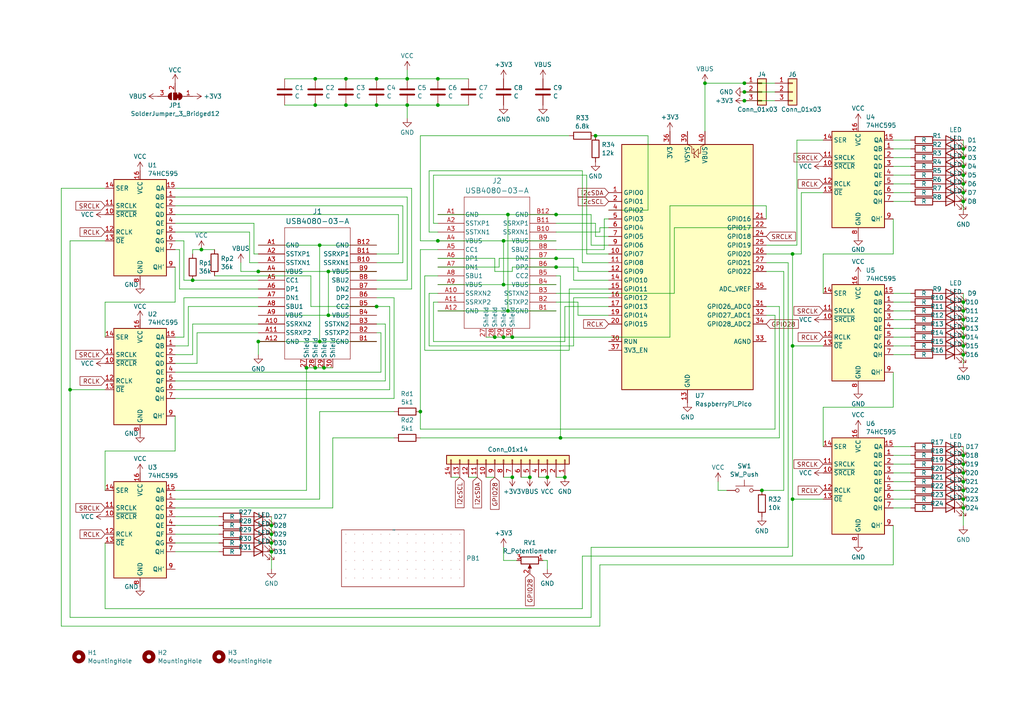
<source format=kicad_sch>
(kicad_sch (version 20230121) (generator eeschema)
  (paper "A4")
  (junction (at 148.59 97.79))
  (junction (at 279.4 100.33))
  (junction (at 93.98 106.68))
  (junction (at 91.44 22.86))
  (junction (at 279.4 53.34))
  (junction (at 91.44 106.68))
  (junction (at 279.4 144.78))
  (junction (at 95.25 91.44))
  (junction (at 279.4 90.17))
  (junction (at 279.4 95.25))
  (junction (at 146.05 69.85))
  (junction (at 279.4 147.32))
  (junction (at 161.29 74.93))
  (junction (at 58.42 72.39))
  (junction (at 215.9 29.21))
  (junction (at 279.4 50.8))
  (junction (at 204.47 24.13))
  (junction (at 220.98 142.24))
  (junction (at 78.74 154.94))
  (junction (at 161.29 62.23))
  (junction (at 279.4 45.72))
  (junction (at 74.93 99.06))
  (junction (at 143.51 97.79))
  (junction (at 279.4 55.88))
  (junction (at 279.4 102.87))
  (junction (at 279.4 43.18))
  (junction (at 215.9 26.67))
  (junction (at 92.71 71.12))
  (junction (at 215.9 24.13))
  (junction (at 118.11 30.48))
  (junction (at 279.4 87.63))
  (junction (at 121.92 119.38))
  (junction (at 118.11 22.86))
  (junction (at 161.29 77.47))
  (junction (at 109.22 22.86))
  (junction (at 147.32 90.17))
  (junction (at 91.44 30.48))
  (junction (at 100.33 22.86))
  (junction (at 127 22.86))
  (junction (at 146.05 97.79))
  (junction (at 162.56 127))
  (junction (at 74.93 78.74))
  (junction (at 92.71 99.06))
  (junction (at 146.05 82.55))
  (junction (at 148.59 138.43))
  (junction (at 172.72 39.37))
  (junction (at 158.75 138.43))
  (junction (at 229.87 73.66))
  (junction (at 127 30.48))
  (junction (at 279.4 137.16))
  (junction (at 163.83 138.43))
  (junction (at 279.4 132.08))
  (junction (at 78.74 160.02))
  (junction (at 279.4 97.79))
  (junction (at 20.32 113.03))
  (junction (at 78.74 157.48))
  (junction (at 279.4 134.62))
  (junction (at 147.32 62.23))
  (junction (at 109.22 30.48))
  (junction (at 279.4 58.42))
  (junction (at 229.87 100.33))
  (junction (at 95.25 78.74))
  (junction (at 153.67 138.43))
  (junction (at 279.4 142.24))
  (junction (at 279.4 92.71))
  (junction (at 279.4 48.26))
  (junction (at 55.88 81.28))
  (junction (at 100.33 30.48))
  (junction (at 88.9 106.68))
  (junction (at 109.22 88.9))
  (junction (at 78.74 152.4))
  (junction (at 279.4 139.7))
  (junction (at 127 69.85))
  (junction (at 229.87 144.78))
  (wire (pts (xy 229.87 161.29) (xy 229.87 144.78)))
  (wire (pts (xy 115.57 62.23) (xy 50.8 62.23)))
  (wire (pts (xy 95.25 91.44) (xy 109.22 91.44)))
  (wire (pts (xy 163.83 88.9) (xy 176.53 88.9)))
  (wire (pts (xy 259.08 132.08) (xy 264.16 132.08)))
  (wire (pts (xy 118.11 30.48) (xy 118.11 34.29)))
  (wire (pts (xy 148.59 78.74) (xy 143.51 78.74)))
  (wire (pts (xy 279.4 92.71) (xy 279.4 95.25)))
  (wire (pts (xy 50.8 77.47) (xy 50.8 87.63)))
  (wire (pts (xy 50.8 157.48) (xy 63.5 157.48)))
  (wire (pts (xy 50.8 142.24) (xy 88.9 142.24)))
  (wire (pts (xy 146.05 97.79) (xy 148.59 97.79)))
  (wire (pts (xy 187.96 39.37) (xy 187.96 60.96)))
  (wire (pts (xy 114.3 86.36) (xy 109.22 86.36)))
  (wire (pts (xy 140.97 138.43) (xy 143.51 138.43)))
  (wire (pts (xy 127 77.47) (xy 144.78 77.47)))
  (wire (pts (xy 259.08 107.95) (xy 259.08 118.11)))
  (wire (pts (xy 113.03 113.03) (xy 113.03 88.9)))
  (wire (pts (xy 232.41 73.66) (xy 232.41 55.88)))
  (wire (pts (xy 96.52 127) (xy 96.52 147.32)))
  (wire (pts (xy 88.9 142.24) (xy 88.9 106.68)))
  (wire (pts (xy 100.33 30.48) (xy 109.22 30.48)))
  (wire (pts (xy 161.29 87.63) (xy 167.64 87.63)))
  (wire (pts (xy 50.8 120.65) (xy 50.8 130.81)))
  (wire (pts (xy 279.4 87.63) (xy 279.4 90.17)))
  (wire (pts (xy 166.37 100.33) (xy 166.37 86.36)))
  (wire (pts (xy 259.08 129.54) (xy 264.16 129.54)))
  (wire (pts (xy 279.4 55.88) (xy 279.4 58.42)))
  (wire (pts (xy 279.4 132.08) (xy 279.4 134.62)))
  (wire (pts (xy 127 64.77) (xy 125.73 64.77)))
  (wire (pts (xy 279.4 40.64) (xy 279.4 43.18)))
  (wire (pts (xy 72.39 76.2) (xy 74.93 76.2)))
  (wire (pts (xy 146.05 69.85) (xy 161.29 69.85)))
  (wire (pts (xy 143.51 74.93) (xy 127 74.93)))
  (wire (pts (xy 210.82 142.24) (xy 208.28 142.24)))
  (wire (pts (xy 93.98 106.68) (xy 96.52 106.68)))
  (wire (pts (xy 172.72 64.77) (xy 161.29 64.77)))
  (wire (pts (xy 130.81 138.43) (xy 133.35 138.43)))
  (wire (pts (xy 53.34 86.36) (xy 74.93 86.36)))
  (wire (pts (xy 259.08 95.25) (xy 264.16 95.25)))
  (wire (pts (xy 168.91 161.29) (xy 168.91 176.53)))
  (wire (pts (xy 50.8 113.03) (xy 113.03 113.03)))
  (wire (pts (xy 17.78 181.61) (xy 173.99 181.61)))
  (wire (pts (xy 279.4 43.18) (xy 279.4 45.72)))
  (wire (pts (xy 30.48 157.48) (xy 30.48 176.53)))
  (wire (pts (xy 88.9 106.68) (xy 91.44 106.68)))
  (wire (pts (xy 238.76 144.78) (xy 229.87 144.78)))
  (wire (pts (xy 162.56 80.01) (xy 162.56 127)))
  (wire (pts (xy 50.8 144.78) (xy 92.71 144.78)))
  (wire (pts (xy 215.9 29.21) (xy 224.79 29.21)))
  (wire (pts (xy 30.48 130.81) (xy 30.48 142.24)))
  (wire (pts (xy 215.9 26.67) (xy 224.79 26.67)))
  (wire (pts (xy 109.22 22.86) (xy 118.11 22.86)))
  (wire (pts (xy 161.29 67.31) (xy 173.99 67.31)))
  (wire (pts (xy 279.4 144.78) (xy 279.4 147.32)))
  (wire (pts (xy 118.11 20.32) (xy 118.11 22.86)))
  (wire (pts (xy 176.53 81.28) (xy 166.37 81.28)))
  (wire (pts (xy 232.41 55.88) (xy 238.76 55.88)))
  (wire (pts (xy 143.51 78.74) (xy 143.51 74.93)))
  (wire (pts (xy 50.8 160.02) (xy 63.5 160.02)))
  (wire (pts (xy 227.33 78.74) (xy 227.33 142.24)))
  (wire (pts (xy 52.07 72.39) (xy 50.8 72.39)))
  (wire (pts (xy 114.3 115.57) (xy 114.3 86.36)))
  (wire (pts (xy 50.8 107.95) (xy 110.49 107.95)))
  (wire (pts (xy 124.46 67.31) (xy 124.46 49.53)))
  (wire (pts (xy 161.29 138.43) (xy 163.83 138.43)))
  (wire (pts (xy 143.51 97.79) (xy 140.97 97.79)))
  (wire (pts (xy 226.06 127) (xy 226.06 88.9)))
  (wire (pts (xy 259.08 102.87) (xy 264.16 102.87)))
  (wire (pts (xy 50.8 110.49) (xy 111.76 110.49)))
  (wire (pts (xy 146.05 69.85) (xy 146.05 82.55)))
  (wire (pts (xy 231.14 71.12) (xy 231.14 40.64)))
  (wire (pts (xy 167.64 87.63) (xy 167.64 91.44)))
  (wire (pts (xy 259.08 92.71) (xy 264.16 92.71)))
  (wire (pts (xy 259.08 144.78) (xy 264.16 144.78)))
  (wire (pts (xy 144.78 74.93) (xy 161.29 74.93)))
  (wire (pts (xy 259.08 45.72) (xy 264.16 45.72)))
  (wire (pts (xy 74.93 78.74) (xy 95.25 78.74)))
  (wire (pts (xy 279.4 137.16) (xy 279.4 139.7)))
  (wire (pts (xy 91.44 30.48) (xy 100.33 30.48)))
  (wire (pts (xy 135.89 138.43) (xy 138.43 138.43)))
  (wire (pts (xy 55.88 81.28) (xy 74.93 81.28)))
  (wire (pts (xy 121.92 124.46) (xy 224.79 124.46)))
  (wire (pts (xy 226.06 88.9) (xy 222.25 88.9)))
  (wire (pts (xy 127 87.63) (xy 125.73 87.63)))
  (wire (pts (xy 279.4 48.26) (xy 279.4 50.8)))
  (wire (pts (xy 259.08 152.4) (xy 259.08 163.83)))
  (wire (pts (xy 30.48 87.63) (xy 30.48 97.79)))
  (wire (pts (xy 110.49 96.52) (xy 110.49 107.95)))
  (wire (pts (xy 227.33 78.74) (xy 222.25 78.74)))
  (wire (pts (xy 92.71 71.12) (xy 92.71 99.06)))
  (wire (pts (xy 173.99 66.04) (xy 176.53 66.04)))
  (wire (pts (xy 92.71 99.06) (xy 109.22 99.06)))
  (wire (pts (xy 30.48 69.85) (xy 20.32 69.85)))
  (wire (pts (xy 74.93 71.12) (xy 92.71 71.12)))
  (wire (pts (xy 121.92 39.37) (xy 165.1 39.37)))
  (wire (pts (xy 259.08 63.5) (xy 259.08 73.66)))
  (wire (pts (xy 118.11 81.28) (xy 118.11 57.15)))
  (wire (pts (xy 119.38 54.61) (xy 119.38 83.82)))
  (wire (pts (xy 127 90.17) (xy 147.32 90.17)))
  (wire (pts (xy 73.66 73.66) (xy 74.93 73.66)))
  (wire (pts (xy 127 67.31) (xy 124.46 67.31)))
  (wire (pts (xy 231.14 40.64) (xy 238.76 40.64)))
  (wire (pts (xy 50.8 87.63) (xy 30.48 87.63)))
  (wire (pts (xy 279.4 58.42) (xy 279.4 60.96)))
  (wire (pts (xy 279.4 53.34) (xy 279.4 55.88)))
  (wire (pts (xy 100.33 22.86) (xy 109.22 22.86)))
  (wire (pts (xy 279.4 50.8) (xy 279.4 53.34)))
  (wire (pts (xy 228.6 158.75) (xy 228.6 76.2)))
  (wire (pts (xy 124.46 100.33) (xy 166.37 100.33)))
  (wire (pts (xy 92.71 144.78) (xy 92.71 119.38)))
  (wire (pts (xy 50.8 149.86) (xy 63.5 149.86)))
  (wire (pts (xy 238.76 100.33) (xy 229.87 100.33)))
  (wire (pts (xy 195.58 66.04) (xy 195.58 85.09)))
  (wire (pts (xy 17.78 181.61) (xy 17.78 54.61)))
  (wire (pts (xy 168.91 76.2) (xy 176.53 76.2)))
  (wire (pts (xy 259.08 87.63) (xy 264.16 87.63)))
  (wire (pts (xy 222.25 71.12) (xy 231.14 71.12)))
  (wire (pts (xy 259.08 85.09) (xy 264.16 85.09)))
  (wire (pts (xy 55.88 93.98) (xy 55.88 102.87)))
  (wire (pts (xy 259.08 48.26) (xy 264.16 48.26)))
  (wire (pts (xy 82.55 22.86) (xy 91.44 22.86)))
  (wire (pts (xy 111.76 93.98) (xy 111.76 110.49)))
  (wire (pts (xy 168.91 161.29) (xy 229.87 161.29)))
  (wire (pts (xy 121.92 127) (xy 162.56 127)))
  (wire (pts (xy 279.4 97.79) (xy 279.4 100.33)))
  (wire (pts (xy 78.74 157.48) (xy 78.74 160.02)))
  (wire (pts (xy 121.92 119.38) (xy 121.92 72.39)))
  (wire (pts (xy 91.44 22.86) (xy 100.33 22.86)))
  (wire (pts (xy 54.61 88.9) (xy 74.93 88.9)))
  (wire (pts (xy 259.08 142.24) (xy 264.16 142.24)))
  (wire (pts (xy 74.93 99.06) (xy 92.71 99.06)))
  (wire (pts (xy 259.08 137.16) (xy 264.16 137.16)))
  (wire (pts (xy 171.45 179.07) (xy 171.45 158.75)))
  (wire (pts (xy 20.32 113.03) (xy 20.32 179.07)))
  (wire (pts (xy 50.8 100.33) (xy 54.61 100.33)))
  (wire (pts (xy 116.84 59.69) (xy 50.8 59.69)))
  (wire (pts (xy 238.76 73.66) (xy 238.76 85.09)))
  (wire (pts (xy 17.78 54.61) (xy 30.48 54.61)))
  (wire (pts (xy 163.83 99.06) (xy 163.83 88.9)))
  (wire (pts (xy 172.72 39.37) (xy 187.96 39.37)))
  (wire (pts (xy 279.4 134.62) (xy 279.4 137.16)))
  (wire (pts (xy 78.74 149.86) (xy 78.74 152.4)))
  (wire (pts (xy 127 69.85) (xy 121.92 69.85)))
  (wire (pts (xy 109.22 81.28) (xy 118.11 81.28)))
  (wire (pts (xy 53.34 97.79) (xy 53.34 86.36)))
  (wire (pts (xy 259.08 147.32) (xy 264.16 147.32)))
  (wire (pts (xy 175.26 63.5) (xy 175.26 72.39)))
  (wire (pts (xy 90.17 88.9) (xy 109.22 88.9)))
  (wire (pts (xy 166.37 81.28) (xy 166.37 74.93)))
  (wire (pts (xy 52.07 83.82) (xy 74.93 83.82)))
  (wire (pts (xy 78.74 152.4) (xy 78.74 154.94)))
  (wire (pts (xy 50.8 147.32) (xy 96.52 147.32)))
  (wire (pts (xy 279.4 147.32) (xy 279.4 152.4)))
  (wire (pts (xy 72.39 67.31) (xy 72.39 76.2)))
  (wire (pts (xy 173.99 67.31) (xy 173.99 66.04)))
  (wire (pts (xy 162.56 127) (xy 226.06 127)))
  (wire (pts (xy 50.8 67.31) (xy 72.39 67.31)))
  (wire (pts (xy 171.45 62.23) (xy 161.29 62.23)))
  (wire (pts (xy 109.22 30.48) (xy 118.11 30.48)))
  (wire (pts (xy 146.05 158.75) (xy 146.05 162.56)))
  (wire (pts (xy 259.08 139.7) (xy 264.16 139.7)))
  (wire (pts (xy 20.32 113.03) (xy 30.48 113.03)))
  (wire (pts (xy 62.23 80.01) (xy 90.17 80.01)))
  (wire (pts (xy 113.03 88.9) (xy 109.22 88.9)))
  (wire (pts (xy 125.73 64.77) (xy 125.73 50.8)))
  (wire (pts (xy 176.53 68.58) (xy 172.72 68.58)))
  (wire (pts (xy 176.53 73.66) (xy 170.18 73.66)))
  (wire (pts (xy 82.55 30.48) (xy 91.44 30.48)))
  (wire (pts (xy 147.32 62.23) (xy 161.29 62.23)))
  (wire (pts (xy 259.08 97.79) (xy 264.16 97.79)))
  (wire (pts (xy 74.93 91.44) (xy 95.25 91.44)))
  (wire (pts (xy 127 69.85) (xy 146.05 69.85)))
  (wire (pts (xy 20.32 179.07) (xy 171.45 179.07)))
  (wire (pts (xy 20.32 69.85) (xy 20.32 113.03)))
  (wire (pts (xy 279.4 129.54) (xy 279.4 132.08)))
  (wire (pts (xy 172.72 68.58) (xy 172.72 64.77)))
  (wire (pts (xy 109.22 93.98) (xy 111.76 93.98)))
  (wire (pts (xy 109.22 76.2) (xy 116.84 76.2)))
  (wire (pts (xy 55.88 72.39) (xy 55.88 73.66)))
  (wire (pts (xy 50.8 102.87) (xy 55.88 102.87)))
  (wire (pts (xy 109.22 83.82) (xy 119.38 83.82)))
  (wire (pts (xy 125.73 99.06) (xy 163.83 99.06)))
  (wire (pts (xy 114.3 127) (xy 96.52 127)))
  (wire (pts (xy 50.8 154.94) (xy 63.5 154.94)))
  (wire (pts (xy 171.45 158.75) (xy 228.6 158.75)))
  (wire (pts (xy 110.49 96.52) (xy 109.22 96.52)))
  (wire (pts (xy 167.64 91.44) (xy 176.53 91.44)))
  (wire (pts (xy 78.74 154.94) (xy 78.74 157.48)))
  (wire (pts (xy 73.66 64.77) (xy 73.66 73.66)))
  (wire (pts (xy 127 80.01) (xy 123.19 80.01)))
  (wire (pts (xy 50.8 97.79) (xy 53.34 97.79)))
  (wire (pts (xy 175.26 72.39) (xy 161.29 72.39)))
  (wire (pts (xy 158.75 162.56) (xy 157.48 162.56)))
  (wire (pts (xy 147.32 90.17) (xy 161.29 90.17)))
  (wire (pts (xy 158.75 165.1) (xy 158.75 162.56)))
  (wire (pts (xy 50.8 64.77) (xy 73.66 64.77)))
  (wire (pts (xy 279.4 95.25) (xy 279.4 97.79)))
  (wire (pts (xy 167.64 77.47) (xy 161.29 77.47)))
  (wire (pts (xy 176.53 71.12) (xy 171.45 71.12)))
  (wire (pts (xy 69.85 78.74) (xy 69.85 76.2)))
  (wire (pts (xy 166.37 86.36) (xy 176.53 86.36)))
  (wire (pts (xy 215.9 24.13) (xy 224.79 24.13)))
  (wire (pts (xy 116.84 76.2) (xy 116.84 59.69)))
  (wire (pts (xy 148.59 97.79) (xy 194.31 97.79)))
  (wire (pts (xy 259.08 118.11) (xy 238.76 118.11)))
  (wire (pts (xy 195.58 85.09) (xy 161.29 85.09)))
  (wire (pts (xy 54.61 100.33) (xy 54.61 88.9)))
  (wire (pts (xy 127 62.23) (xy 147.32 62.23)))
  (wire (pts (xy 92.71 119.38) (xy 114.3 119.38)))
  (wire (pts (xy 55.88 72.39) (xy 58.42 72.39)))
  (wire (pts (xy 259.08 73.66) (xy 238.76 73.66)))
  (wire (pts (xy 57.15 105.41) (xy 57.15 96.52)))
  (wire (pts (xy 92.71 71.12) (xy 109.22 71.12)))
  (wire (pts (xy 224.79 91.44) (xy 222.25 91.44)))
  (wire (pts (xy 220.98 142.24) (xy 227.33 142.24)))
  (wire (pts (xy 229.87 144.78) (xy 229.87 100.33)))
  (wire (pts (xy 259.08 58.42) (xy 264.16 58.42)))
  (wire (pts (xy 151.13 138.43) (xy 153.67 138.43)))
  (wire (pts (xy 279.4 100.33) (xy 279.4 102.87)))
  (wire (pts (xy 259.08 53.34) (xy 264.16 53.34)))
  (wire (pts (xy 238.76 118.11) (xy 238.76 129.54)))
  (wire (pts (xy 259.08 50.8) (xy 264.16 50.8)))
  (wire (pts (xy 148.59 77.47) (xy 161.29 77.47)))
  (wire (pts (xy 222.25 59.69) (xy 222.25 63.5)))
  (wire (pts (xy 279.4 142.24) (xy 279.4 144.78)))
  (wire (pts (xy 74.93 99.06) (xy 74.93 102.87)))
  (wire (pts (xy 176.53 60.96) (xy 187.96 60.96)))
  (wire (pts (xy 50.8 105.41) (xy 57.15 105.41)))
  (wire (pts (xy 228.6 76.2) (xy 222.25 76.2)))
  (wire (pts (xy 165.1 101.6) (xy 165.1 83.82)))
  (wire (pts (xy 125.73 87.63) (xy 125.73 99.06)))
  (wire (pts (xy 148.59 77.47) (xy 148.59 78.74)))
  (wire (pts (xy 259.08 100.33) (xy 264.16 100.33)))
  (wire (pts (xy 124.46 49.53) (xy 168.91 49.53)))
  (wire (pts (xy 166.37 74.93) (xy 161.29 74.93)))
  (wire (pts (xy 161.29 80.01) (xy 162.56 80.01)))
  (wire (pts (xy 146.05 82.55) (xy 161.29 82.55)))
  (wire (pts (xy 194.31 59.69) (xy 222.25 59.69)))
  (wire (pts (xy 91.44 106.68) (xy 93.98 106.68)))
  (wire (pts (xy 121.92 72.39) (xy 127 72.39)))
  (wire (pts (xy 279.4 90.17) (xy 279.4 92.71)))
  (wire (pts (xy 123.19 101.6) (xy 165.1 101.6)))
  (wire (pts (xy 121.92 124.46) (xy 121.92 119.38)))
  (wire (pts (xy 279.4 102.87) (xy 279.4 105.41)))
  (wire (pts (xy 279.4 139.7) (xy 279.4 142.24)))
  (wire (pts (xy 53.34 69.85) (xy 50.8 69.85)))
  (wire (pts (xy 259.08 163.83) (xy 173.99 163.83)))
  (wire (pts (xy 95.25 78.74) (xy 109.22 78.74)))
  (wire (pts (xy 229.87 100.33) (xy 229.87 73.66)))
  (wire (pts (xy 95.25 91.44) (xy 95.25 78.74)))
  (wire (pts (xy 279.4 45.72) (xy 279.4 48.26)))
  (wire (pts (xy 222.25 66.04) (xy 195.58 66.04)))
  (wire (pts (xy 146.05 138.43) (xy 148.59 138.43)))
  (wire (pts (xy 176.53 78.74) (xy 167.64 78.74)))
  (wire (pts (xy 170.18 73.66) (xy 170.18 50.8)))
  (wire (pts (xy 53.34 81.28) (xy 55.88 81.28)))
  (wire (pts (xy 146.05 97.79) (xy 143.51 97.79)))
  (wire (pts (xy 156.21 138.43) (xy 158.75 138.43)))
  (wire (pts (xy 127 30.48) (xy 135.89 30.48)))
  (wire (pts (xy 165.1 83.82) (xy 176.53 83.82)))
  (wire (pts (xy 124.46 85.09) (xy 124.46 100.33)))
  (wire (pts (xy 55.88 93.98) (xy 74.93 93.98)))
  (wire (pts (xy 78.74 160.02) (xy 78.74 165.1)))
  (wire (pts (xy 259.08 90.17) (xy 264.16 90.17)))
  (wire (pts (xy 170.18 50.8) (xy 125.73 50.8)))
  (wire (pts (xy 123.19 80.01) (xy 123.19 101.6)))
  (wire (pts (xy 194.31 59.69) (xy 194.31 97.79)))
  (wire (pts (xy 208.28 142.24) (xy 208.28 139.7)))
  (wire (pts (xy 168.91 49.53) (xy 168.91 76.2)))
  (wire (pts (xy 50.8 152.4) (xy 63.5 152.4)))
  (wire (pts (xy 204.47 38.1) (xy 204.47 24.13)))
  (wire (pts (xy 109.22 73.66) (xy 115.57 73.66)))
  (wire (pts (xy 90.17 80.01) (xy 90.17 88.9)))
  (wire (pts (xy 118.11 22.86) (xy 127 22.86)))
  (wire (pts (xy 127 85.09) (xy 124.46 85.09)))
  (wire (pts (xy 222.25 73.66) (xy 229.87 73.66)))
  (wire (pts (xy 259.08 43.18) (xy 264.16 43.18)))
  (wire (pts (xy 147.32 62.23) (xy 147.32 90.17)))
  (wire (pts (xy 259.08 134.62) (xy 264.16 134.62)))
  (wire (pts (xy 229.87 73.66) (xy 232.41 73.66)))
  (wire (pts (xy 127 82.55) (xy 146.05 82.55)))
  (wire (pts (xy 144.78 77.47) (xy 144.78 74.93)))
  (wire (pts (xy 176.53 63.5) (xy 175.26 63.5)))
  (wire (pts (xy 146.05 162.56) (xy 149.86 162.56)))
  (wire (pts (xy 259.08 40.64) (xy 264.16 40.64)))
  (wire (pts (xy 58.42 72.39) (xy 62.23 72.39)))
  (wire (pts (xy 259.08 55.88) (xy 264.16 55.88)))
  (wire (pts (xy 57.15 96.52) (xy 74.93 96.52)))
  (wire (pts (xy 74.93 78.74) (xy 69.85 78.74)))
  (wire (pts (xy 50.8 130.81) (xy 30.48 130.81)))
  (wire (pts (xy 53.34 81.28) (xy 53.34 69.85)))
  (wire (pts (xy 119.38 54.61) (xy 50.8 54.61)))
  (wire (pts (xy 121.92 69.85) (xy 121.92 39.37)))
  (wire (pts (xy 127 22.86) (xy 135.89 22.86)))
  (wire (pts (xy 52.07 83.82) (xy 52.07 72.39)))
  (wire (pts (xy 171.45 71.12) (xy 171.45 62.23)))
  (wire (pts (xy 224.79 124.46) (xy 224.79 91.44)))
  (wire (pts (xy 30.48 176.53) (xy 168.91 176.53)))
  (wire (pts (xy 118.11 30.48) (xy 127 30.48)))
  (wire (pts (xy 118.11 57.15) (xy 50.8 57.15)))
  (wire (pts (xy 173.99 163.83) (xy 173.99 181.61)))
  (wire (pts (xy 167.64 78.74) (xy 167.64 77.47)))
  (wire (pts (xy 204.47 24.13) (xy 215.9 24.13)))
  (wire (pts (xy 50.8 115.57) (xy 114.3 115.57)))
  (wire (pts (xy 279.4 85.09) (xy 279.4 87.63)))
  (wire (pts (xy 115.57 73.66) (xy 115.57 62.23)))
  (global_label "RCLK" (shape input) (at 238.76 142.24 180) (property "Intersheetrefs" "${INTERSHEET_REFS}" (effects hide)))
  (global_label "SRCLK" (shape input) (at 30.48 102.87 180) (property "Intersheetrefs" "${INTERSHEET_REFS}" (effects hide)))
  (global_label "SRCLK" (shape input) (at 238.76 90.17 180) (property "Intersheetrefs" "${INTERSHEET_REFS}" (effects hide)))
  (global_label "i2cSDA" (shape input) (at 176.53 55.88 180) (property "Intersheetrefs" "${INTERSHEET_REFS}" (effects hide)))
  (global_label "SRCLK" (shape input) (at 30.48 147.32 180) (property "Intersheetrefs" "${INTERSHEET_REFS}" (effects hide)))
  (global_label "RCLK" (shape input) (at 30.48 110.49 180) (property "Intersheetrefs" "${INTERSHEET_REFS}" (effects hide)))
  (global_label "SRCLK" (shape input) (at 222.25 68.58 0) (property "Intersheetrefs" "${INTERSHEET_REFS}" (effects hide)))
  (global_label "SRCLK" (shape input) (at 238.76 134.62 180) (property "Intersheetrefs" "${INTERSHEET_REFS}" (effects hide)))
  (global_label "RCLK" (shape input) (at 30.48 154.94 180) (property "Intersheetrefs" "${INTERSHEET_REFS}" (effects hide)))
  (global_label "GPIO28" (shape input) (at 143.51 138.43 270) (property "Intersheetrefs" "${INTERSHEET_REFS}" (effects hide)))
  (global_label "GPIO28" (shape input) (at 222.25 93.98 0) (property "Intersheetrefs" "${INTERSHEET_REFS}" (effects hide)))
  (global_label "RCLK" (shape input) (at 238.76 97.79 180) (property "Intersheetrefs" "${INTERSHEET_REFS}" (effects hide)))
  (global_label "RCLK" (shape input) (at 176.53 93.98 180) (property "Intersheetrefs" "${INTERSHEET_REFS}" (effects hide)))
  (global_label "SRCLK" (shape input) (at 238.76 45.72 180) (property "Intersheetrefs" "${INTERSHEET_REFS}" (effects hide)))
  (global_label "RCLK" (shape input) (at 238.76 53.34 180) (property "Intersheetrefs" "${INTERSHEET_REFS}" (effects hide)))
  (global_label "i2cSCL" (shape input) (at 133.35 138.43 270) (property "Intersheetrefs" "${INTERSHEET_REFS}" (effects hide)))
  (global_label "RCLK" (shape input) (at 30.48 67.31 180) (property "Intersheetrefs" "${INTERSHEET_REFS}" (effects hide)))
  (global_label "i2cSDA" (shape input) (at 138.43 138.43 270) (property "Intersheetrefs" "${INTERSHEET_REFS}" (effects hide)))
  (global_label "SRCLK" (shape input) (at 30.48 59.69 180) (property "Intersheetrefs" "${INTERSHEET_REFS}" (effects hide)))
  (global_label "i2cSCL" (shape input) (at 176.53 58.42 180) (property "Intersheetrefs" "${INTERSHEET_REFS}" (effects hide)))
  (global_label "GPIO28" (shape input) (at 153.67 166.37 270) (property "Intersheetrefs" "${INTERSHEET_REFS}" (effects hide)))
  (symbol (lib_id "Device:C") (at 91.44 26.67 0) (unit 1)
    (property "Reference" "C2" (at 94.361 25.4579 0) (effects (justify left)))
    (property "Value" "C" (at 94.361 27.8821 0) (effects (justify left)))
    (property "Footprint" "Capacitor_SMD:C_0603_1608Metric" (effects hide))
  )
  (symbol (lib_id "power:GND") (at 78.74 165.1 0) (mirror y) (unit 1)
    (property "Reference" "#PWR019" (effects hide))
    (property "Value" "GND" (at 78.74 169.2331 0))
  )
  (symbol (lib_id "Device:R") (at 172.72 43.18 0) (unit 1)
    (property "Reference" "R34" (at 174.498 41.9679 0) (effects (justify left)))
    (property "Value" "12k" (at 174.498 44.3921 0) (effects (justify left)))
    (property "Footprint" "Resistor_SMD:R_0603_1608Metric" (effects hide))
  )
  (symbol (lib_id "Device:R") (at 267.97 87.63 90) (unit 1)
    (property "Reference" "R10" (at 271.78 86.36 90))
    (property "Value" "R" (at 267.97 87.63 90))
    (property "Footprint" "Resistor_SMD:R_0603_1608Metric" (effects hide))
  )
  (symbol (lib_id "Device:LED") (at 275.59 53.34 0) (mirror y) (unit 1)
    (property "Reference" "D6" (at 281.94 53.34 0))
    (property "Value" "LED" (at 277.1775 50.3499 0))
    (property "Footprint" "LED_SMD:LED_0603_1608Metric" (effects hide))
  )
  (symbol (lib_id "74xx:74HC595") (at 40.64 64.77 0) (unit 1)
    (property "Reference" "U1" (at 42.8341 47.9257 0) (effects (justify left)))
    (property "Value" "74HC595" (at 42.8341 50.3499 0) (effects (justify left)))
    (property "Footprint" "Package_SO:SOIC-16_3.9x9.9mm_P1.27mm" (effects hide))
    (property "Datasheet" "http://www.ti.com/lit/ds/symlink/sn74hc595.pdf" (effects hide))
  )
  (symbol (lib_id "power:VCC") (at 118.11 20.32 0) (unit 1)
    (property "Reference" "#PWR015" (effects hide))
    (property "Value" "VCC" (at 118.11 16.1869 0))
  )
  (symbol (lib_id "power:GND") (at 163.83 138.43 0) (unit 1)
    (property "Reference" "#PWR020" (effects hide))
    (property "Value" "GND" (at 163.83 142.5631 0))
  )
  (symbol (lib_id "Device:R") (at 267.97 139.7 90) (unit 1)
    (property "Reference" "R21" (at 271.78 138.43 90))
    (property "Value" "R" (at 267.97 139.7 90))
    (property "Footprint" "Resistor_SMD:R_0603_1608Metric" (effects hide))
  )
  (symbol (lib_id "Device:LED") (at 74.93 157.48 0) (mirror y) (unit 1)
    (property "Reference" "D30" (at 81.28 157.48 0))
    (property "Value" "LED" (at 76.5175 154.4899 0))
    (property "Footprint" "LED_SMD:LED_0603_1608Metric" (effects hide))
  )
  (symbol (lib_id "power:VCC") (at 40.64 49.53 0) (unit 1)
    (property "Reference" "#PWR0113" (effects hide))
    (property "Value" "VCC" (at 40.64 45.3969 0))
  )
  (symbol (lib_id "power:+3V3") (at 194.31 38.1 0) (unit 1)
    (property "Reference" "#PWR01" (effects hide))
    (property "Value" "+3V3" (at 194.31 33.9669 0))
  )
  (symbol (lib_id "Device:C") (at 118.11 26.67 0) (unit 1)
    (property "Reference" "C5" (at 121.031 25.4579 0) (effects (justify left)))
    (property "Value" "C" (at 121.031 27.8821 0) (effects (justify left)))
    (property "Footprint" "Capacitor_SMD:C_0603_1608Metric" (effects hide))
  )
  (symbol (lib_id "Device:R") (at 267.97 45.72 90) (unit 1)
    (property "Reference" "R3" (at 271.78 44.45 90))
    (property "Value" "R" (at 267.97 45.72 90))
    (property "Footprint" "Resistor_SMD:R_0603_1608Metric" (effects hide))
  )
  (symbol (lib_id "Device:LED") (at 275.59 92.71 0) (mirror y) (unit 1)
    (property "Reference" "D12" (at 281.94 92.71 0))
    (property "Value" "LED" (at 277.1775 89.7199 0))
    (property "Footprint" "LED_SMD:LED_0603_1608Metric" (effects hide))
  )
  (symbol (lib_id "Device:LED") (at 275.59 144.78 0) (mirror y) (unit 1)
    (property "Reference" "D23" (at 281.94 144.78 0))
    (property "Value" "LED" (at 277.1775 141.7899 0))
    (property "Footprint" "LED_SMD:LED_0603_1608Metric" (effects hide))
  )
  (symbol (lib_id "Device:LED") (at 275.59 85.09 0) (mirror y) (unit 1)
    (property "Reference" "D9" (at 281.94 85.09 0))
    (property "Value" "LED" (at 277.1775 82.0999 0))
    (property "Footprint" "LED_SMD:LED_0603_1608Metric" (effects hide))
  )
  (symbol (lib_id "Raspberry Pi Pico:RaspberryPi_Pico") (at 199.39 78.74 0) (unit 1)
    (property "Reference" "U7" (at 201.5841 114.7501 0) (effects (justify left)))
    (property "Value" "RaspberryPi_Pico" (at 201.5841 117.1743 0) (effects (justify left)))
    (property "Footprint" "Module_RaspberryPi_Pico:RaspberryPi_Pico_Common" (effects hide))
    (property "Datasheet" "https://datasheets.raspberrypi.com/pico/pico-datasheet.pdf" (effects hide))
  )
  (symbol (lib_id "power:VCC") (at 248.92 35.56 0) (unit 1)
    (property "Reference" "#PWR0103" (effects hide))
    (property "Value" "VCC" (at 248.92 31.4269 0))
  )
  (symbol (lib_id "power:GND") (at 146.05 30.48 0) (unit 1)
    (property "Reference" "#PWR031" (effects hide))
    (property "Value" "GND" (at 146.05 34.6131 0))
  )
  (symbol (lib_id "power:GND") (at 248.92 113.03 0) (unit 1)
    (property "Reference" "#PWR013" (effects hide))
    (property "Value" "GND" (at 248.92 117.1631 0))
  )
  (symbol (lib_id "Device:LED") (at 275.59 90.17 0) (mirror y) (unit 1)
    (property "Reference" "D11" (at 281.94 90.17 0))
    (property "Value" "LED" (at 277.1775 87.1799 0))
    (property "Footprint" "LED_SMD:LED_0603_1608Metric" (effects hide))
  )
  (symbol (lib_id "power:VBUS") (at 45.72 27.94 90) (unit 1)
    (property "Reference" "#PWR05" (effects hide))
    (property "Value" "VBUS" (at 42.545 27.94 90) (effects (justify left)))
  )
  (symbol (lib_id "Device:LED") (at 275.59 40.64 0) (mirror y) (unit 1)
    (property "Reference" "D1" (at 281.94 40.64 0))
    (property "Value" "LED" (at 277.1775 37.6499 0))
    (property "Footprint" "LED_SMD:LED_0603_1608Metric" (effects hide))
  )
  (symbol (lib_id "power:VCC") (at 208.28 139.7 0) (unit 1)
    (property "Reference" "#PWR0104" (effects hide))
    (property "Value" "VCC" (at 208.28 135.5669 0))
  )
  (symbol (lib_id "Connector_Generic:Conn_01x03") (at 220.98 26.67 0) (unit 1)
    (property "Reference" "J4" (at 220.98 21.59 0))
    (property "Value" "Conn_01x03" (at 219.71 31.75 0))
    (property "Footprint" "Connector_PinSocket_2.54mm:PinSocket_1x03_P2.54mm_Vertical" (effects hide))
  )
  (symbol (lib_id "74xx:74HC595") (at 248.92 139.7 0) (unit 1)
    (property "Reference" "U6" (at 251.1141 122.8557 0) (effects (justify left)))
    (property "Value" "74HC595" (at 251.1141 125.2799 0) (effects (justify left)))
    (property "Footprint" "Package_SO:SOIC-16_3.9x9.9mm_P1.27mm" (effects hide))
    (property "Datasheet" "http://www.ti.com/lit/ds/symlink/sn74hc595.pdf" (effects hide))
  )
  (symbol (lib_id "Device:LED") (at 275.59 139.7 0) (mirror y) (unit 1)
    (property "Reference" "D21" (at 281.94 139.7 0))
    (property "Value" "LED" (at 277.1775 136.7099 0))
    (property "Footprint" "LED_SMD:LED_0603_1608Metric" (effects hide))
  )
  (symbol (lib_id "Device:R") (at 267.97 100.33 90) (unit 1)
    (property "Reference" "R15" (at 271.78 99.06 90))
    (property "Value" "R" (at 267.97 100.33 90))
    (property "Footprint" "Resistor_SMD:R_0603_1608Metric" (effects hide))
  )
  (symbol (lib_id "Device:R") (at 267.97 92.71 90) (unit 1)
    (property "Reference" "R12" (at 271.78 91.44 90))
    (property "Value" "R" (at 267.97 92.71 90))
    (property "Footprint" "Resistor_SMD:R_0603_1608Metric" (effects hide))
  )
  (symbol (lib_id "Device:LED") (at 275.59 43.18 0) (mirror y) (unit 1)
    (property "Reference" "D2" (at 281.94 43.18 0))
    (property "Value" "LED" (at 277.1775 40.1899 0))
    (property "Footprint" "LED_SMD:LED_0603_1608Metric" (effects hide))
  )
  (symbol (lib_id "Device:R") (at 67.31 149.86 90) (unit 1)
    (property "Reference" "R27" (at 71.12 148.59 90))
    (property "Value" "R" (at 67.31 149.86 90))
    (property "Footprint" "Resistor_SMD:R_0603_1608Metric" (effects hide))
  )
  (symbol (lib_id "Switch:SW_Push") (at 215.9 142.24 0) (unit 1)
    (property "Reference" "SW1" (at 215.9 135.1747 0))
    (property "Value" "SW_Push" (at 215.9 137.5989 0))
    (property "Footprint" "Button_Switch_SMD:SW_Push_1P1T_NO_6x6mm_H9.5mm" (effects hide))
  )
  (symbol (lib_id "Device:LED") (at 275.59 100.33 0) (mirror y) (unit 1)
    (property "Reference" "D15" (at 281.94 100.33 0))
    (property "Value" "LED" (at 277.1775 97.3399 0))
    (property "Footprint" "LED_SMD:LED_0603_1608Metric" (effects hide))
  )
  (symbol (lib_id "Device:R") (at 267.97 58.42 90) (unit 1)
    (property "Reference" "R8" (at 271.78 57.15 90))
    (property "Value" "R" (at 267.97 58.42 90))
    (property "Footprint" "Resistor_SMD:R_0603_1608Metric" (effects hide))
  )
  (symbol (lib_id "power:VBUS") (at 69.85 76.2 0) (unit 1)
    (property "Reference" "#PWR028" (effects hide))
    (property "Value" "VBUS" (at 69.85 72.0669 0))
  )
  (symbol (lib_id "USBCSymbol:USB4080-03-A") (at 74.93 71.12 0) (unit 1)
    (property "Reference" "J1" (at 92.075 61.3463 0) (effects (font (size 1.524 1.524))))
    (property "Value" "USB4080-03-A" (at 92.075 64.1791 0) (effects (font (size 1.524 1.524))))
    (property "Footprint" "USBCFootprint:USB4080-03-A_GCT_RoundHoles" (effects hide))
    (property "Datasheet" "USB4080-03-A" (effects hide))
  )
  (symbol (lib_id "Device:LED") (at 275.59 55.88 0) (mirror y) (unit 1)
    (property "Reference" "D7" (at 281.94 55.88 0))
    (property "Value" "LED" (at 277.1775 52.8899 0))
    (property "Footprint" "LED_SMD:LED_0603_1608Metric" (effects hide))
  )
  (symbol (lib_id "Device:LED") (at 275.59 137.16 0) (mirror y) (unit 1)
    (property "Reference" "D20" (at 281.94 137.16 0))
    (property "Value" "LED" (at 277.1775 134.1699 0))
    (property "Footprint" "LED_SMD:LED_0603_1608Metric" (effects hide))
  )
  (symbol (lib_id "Device:R") (at 267.97 137.16 90) (unit 1)
    (property "Reference" "R20" (at 271.78 135.89 90))
    (property "Value" "R" (at 267.97 137.16 90))
    (property "Footprint" "Resistor_SMD:R_0603_1608Metric" (effects hide))
  )
  (symbol (lib_id "power:GND") (at 40.64 125.73 0) (unit 1)
    (property "Reference" "#PWR06" (effects hide))
    (property "Value" "GND" (at 38.1 125.73 0))
  )
  (symbol (lib_id "power:VCC") (at 40.64 137.16 0) (unit 1)
    (property "Reference" "#PWR0110" (effects hide))
    (property "Value" "VCC" (at 40.64 133.0269 0))
  )
  (symbol (lib_id "power:VCC") (at 158.75 138.43 180) (unit 1)
    (property "Reference" "#PWR022" (effects hide))
    (property "Value" "VCC" (at 158.75 142.5631 0))
  )
  (symbol (lib_id "power:VCC") (at 50.8 24.13 0) (unit 1)
    (property "Reference" "#PWR0106" (effects hide))
    (property "Value" "VCC" (at 50.8 20.32 0))
  )
  (symbol (lib_id "power:GND") (at 199.39 116.84 0) (unit 1)
    (property "Reference" "#PWR08" (effects hide))
    (property "Value" "GND" (at 199.39 120.9731 0))
  )
  (symbol (lib_id "Device:R") (at 267.97 95.25 90) (unit 1)
    (property "Reference" "R13" (at 271.78 93.98 90))
    (property "Value" "R" (at 267.97 95.25 90))
    (property "Footprint" "Resistor_SMD:R_0603_1608Metric" (effects hide))
  )
  (symbol (lib_id "power:GND") (at 215.9 26.67 270) (unit 1)
    (property "Reference" "#PWR016" (effects hide))
    (property "Value" "GND" (at 212.7251 26.67 90) (effects (justify right)))
  )
  (symbol (lib_id "Device:R") (at 118.11 119.38 90) (unit 1)
    (property "Reference" "Rd1" (at 118.11 114.2197 90))
    (property "Value" "5k1" (at 118.11 116.6439 90))
    (property "Footprint" "Resistor_SMD:R_0603_1608Metric" (effects hide))
  )
  (symbol (lib_id "74xx:74HC595") (at 40.64 107.95 0) (unit 1)
    (property "Reference" "U2" (at 42.8341 91.1057 0) (effects (justify left)))
    (property "Value" "74HC595" (at 42.8341 93.5299 0) (effects (justify left)))
    (property "Footprint" "Package_SO:SOIC-16_3.9x9.9mm_P1.27mm" (effects hide))
    (property "Datasheet" "http://www.ti.com/lit/ds/symlink/sn74hc595.pdf" (effects hide))
  )
  (symbol (lib_id "Device:C") (at 135.89 26.67 0) (unit 1)
    (property "Reference" "C7" (at 138.811 25.4579 0) (effects (justify left)))
    (property "Value" "C" (at 138.811 27.8821 0) (effects (justify left)))
    (property "Footprint" "Capacitor_SMD:C_0603_1608Metric" (effects hide))
  )
  (symbol (lib_id "Device:R") (at 267.97 147.32 90) (unit 1)
    (property "Reference" "R24" (at 271.78 146.05 90))
    (property "Value" "R" (at 267.97 147.32 90))
    (property "Footprint" "Resistor_SMD:R_0603_1608Metric" (effects hide))
  )
  (symbol (lib_id "USBCSymbol:USB4080-03-A") (at 127 62.23 0) (unit 1)
    (property "Reference" "J2" (at 144.145 52.4563 0) (effects (font (size 1.524 1.524))))
    (property "Value" "USB4080-03-A" (at 144.145 55.2891 0) (effects (font (size 1.524 1.524))))
    (property "Footprint" "USBCFootprint:USB4080-03-A_GCT_RoundHoles" (effects hide))
    (property "Datasheet" "USB4080-03-A" (effects hide))
  )
  (symbol (lib_id "power:GND") (at 118.11 34.29 0) (unit 1)
    (property "Reference" "#PWR017" (effects hide))
    (property "Value" "GND" (at 118.11 38.4231 0))
  )
  (symbol (lib_id "power:+3V3") (at 146.05 22.86 0) (unit 1)
    (property "Reference" "#PWR033" (effects hide))
    (property "Value" "+3V3" (at 146.05 18.7269 0))
  )
  (symbol (lib_id "Device:R") (at 267.97 132.08 90) (unit 1)
    (property "Reference" "R18" (at 271.78 130.81 90))
    (property "Value" "R" (at 267.97 132.08 90))
    (property "Footprint" "Resistor_SMD:R_0603_1608Metric" (effects hide))
  )
  (symbol (lib_id "Mechanical:MountingHole") (at 63.5 190.5 0) (unit 1)
    (property "Reference" "H3" (at 66.04 189.2879 0) (effects (justify left)))
    (property "Value" "MountingHole" (at 66.04 191.7121 0) (effects (justify left)))
    (property "Footprint" "MountingHole:MountingHole_3.2mm_M3" (effects hide))
  )
  (symbol (lib_id "power:VCC") (at 30.48 62.23 90) (unit 1)
    (property "Reference" "#PWR0114" (effects hide))
    (property "Value" "VCC" (at 27.305 62.23 90) (effects (justify left)))
  )
  (symbol (lib_id "Device:R_Potentiometer") (at 153.67 162.56 270) (unit 1)
    (property "Reference" "RV1" (at 153.67 157.3997 90))
    (property "Value" "R_Potentiometer" (at 153.67 159.8239 90))
    (property "Footprint" "Potentiometer_SMD:TRIM_35WR10KLFTR" (effects hide))
  )
  (symbol (lib_id "power:VCC") (at 30.48 105.41 90) (unit 1)
    (property "Reference" "#PWR0112" (effects hide))
    (property "Value" "VCC" (at 27.305 105.41 90) (effects (justify left)))
  )
  (symbol (lib_id "power:VBUS") (at 204.47 24.13 0) (unit 1)
    (property "Reference" "#PWR021" (effects hide))
    (property "Value" "VBUS" (at 204.47 19.9969 0))
  )
  (symbol (lib_id "Device:R") (at 267.97 43.18 90) (unit 1)
    (property "Reference" "R2" (at 271.78 41.91 90))
    (property "Value" "R" (at 267.97 43.18 90))
    (property "Footprint" "Resistor_SMD:R_0603_1608Metric" (effects hide))
  )
  (symbol (lib_id "Device:R") (at 267.97 53.34 90) (unit 1)
    (property "Reference" "R6" (at 271.78 52.07 90))
    (property "Value" "R" (at 267.97 53.34 90))
    (property "Footprint" "Resistor_SMD:R_0603_1608Metric" (effects hide))
  )
  (symbol (lib_id "power:GND") (at 279.4 60.96 0) (unit 1)
    (property "Reference" "#PWR010" (effects hide))
    (property "Value" "GND" (at 279.4 65.0931 0))
  )
  (symbol (lib_id "Device:LED") (at 74.93 152.4 0) (mirror y) (unit 1)
    (property "Reference" "D28" (at 81.28 152.4 0))
    (property "Value" "LED" (at 76.5175 149.4099 0))
    (property "Footprint" "LED_SMD:LED_0603_1608Metric" (effects hide))
  )
  (symbol (lib_id "Device:R") (at 267.97 90.17 90) (unit 1)
    (property "Reference" "R11" (at 271.78 88.9 90))
    (property "Value" "R" (at 267.97 90.17 90))
    (property "Footprint" "Resistor_SMD:R_0603_1608Metric" (effects hide))
  )
  (symbol (lib_id "power:GND") (at 74.93 102.87 0) (unit 1)
    (property "Reference" "#PWR029" (effects hide))
    (property "Value" "GND" (at 74.93 107.0031 0))
  )
  (symbol (lib_id "power:VCC") (at 248.92 124.46 0) (unit 1)
    (property "Reference" "#PWR0108" (effects hide))
    (property "Value" "VCC" (at 248.92 120.3269 0))
  )
  (symbol (lib_id "power:VBUS") (at 153.67 138.43 180) (unit 1)
    (property "Reference" "#PWR023" (effects hide))
    (property "Value" "VBUS" (at 153.67 142.5631 0))
  )
  (symbol (lib_id "Device:LED") (at 74.93 160.02 0) (mirror y) (unit 1)
    (property "Reference" "D31" (at 81.28 160.02 0))
    (property "Value" "LED" (at 76.5175 157.0299 0))
    (property "Footprint" "LED_SMD:LED_0603_1608Metric" (effects hide))
  )
  (symbol (lib_id "Device:LED") (at 74.93 154.94 0) (mirror y) (unit 1)
    (property "Reference" "D29" (at 81.28 154.94 0))
    (property "Value" "LED" (at 76.5175 151.9499 0))
    (property "Footprint" "LED_SMD:LED_0603_1608Metric" (effects hide))
  )
  (symbol (lib_id "power:VCC") (at 30.48 149.86 90) (unit 1)
    (property "Reference" "#PWR0111" (effects hide))
    (property "Value" "VCC" (at 27.305 149.86 90) (effects (justify left)))
  )
  (symbol (lib_id "Device:LED") (at 275.59 48.26 0) (mirror y) (unit 1)
    (property "Reference" "D4" (at 281.94 48.26 0))
    (property "Value" "LED" (at 277.1775 45.2699 0))
    (property "Footprint" "LED_SMD:LED_0603_1608Metric" (effects hide))
  )
  (symbol (lib_id "Device:R") (at 62.23 76.2 180) (unit 1)
    (property "Reference" "Rp2" (at 64.008 74.9879 0) (effects (justify right)))
    (property "Value" "36k" (at 64.008 77.4121 0) (effects (justify right)))
    (property "Footprint" "Resistor_SMD:R_0603_1608Metric" (effects hide))
  )
  (symbol (lib_id "Device:LED") (at 74.93 149.86 0) (mirror y) (unit 1)
    (property "Reference" "D27" (at 81.28 149.86 0))
    (property "Value" "LED" (effects hide))
    (property "Footprint" "LED_SMD:LED_0603_1608Metric" (effects hide))
  )
  (symbol (lib_id "Device:R") (at 67.31 154.94 90) (unit 1)
    (property "Reference" "R29" (at 71.12 153.67 90))
    (property "Value" "R" (at 67.31 154.94 90))
    (property "Footprint" "Resistor_SMD:R_0603_1608Metric" (effects hide))
  )
  (symbol (lib_id "Device:LED") (at 275.59 102.87 0) (mirror y) (unit 1)
    (property "Reference" "D16" (at 281.94 102.87 0))
    (property "Value" "LED" (at 277.1775 99.8799 0))
    (property "Footprint" "LED_SMD:LED_0603_1608Metric" (effects hide))
  )
  (symbol (lib_id "Device:LED") (at 275.59 142.24 0) (mirror y) (unit 1)
    (property "Reference" "D22" (at 281.94 142.24 0))
    (property "Value" "LED" (at 277.1775 139.2499 0))
    (property "Footprint" "LED_SMD:LED_0603_1608Metric" (effects hide))
  )
  (symbol (lib_id "power:+3V3") (at 146.05 158.75 0) (unit 1)
    (property "Reference" "#PWR024" (effects hide))
    (property "Value" "+3V3" (at 146.05 154.6169 0))
  )
  (symbol (lib_id "power:VCC") (at 238.76 137.16 90) (unit 1)
    (property "Reference" "#PWR0109" (effects hide))
    (property "Value" "VCC" (at 235.585 137.16 90) (effects (justify left)))
  )
  (symbol (lib_id "power:GND") (at 157.48 30.48 0) (unit 1)
    (property "Reference" "#PWR032" (effects hide))
    (property "Value" "GND" (at 157.48 34.6131 0))
  )
  (symbol (lib_id "ProtoBoard:14x6ProtoBoard") (at 114.3 153.67 0) (unit 1) (in_bom no)
    (property "Reference" "PB1" (at 135.255 161.925 0) (effects (justify left)))
    (property "Value" "~" (at 114.3 153.67 0))
    (property "Footprint" "ProtoBoard:ProtoBoard 14x6" (effects hide))
  )
  (symbol (lib_id "power:GND") (at 40.64 82.55 0) (unit 1)
    (property "Reference" "#PWR04" (effects hide))
    (property "Value" "GND" (at 38.1 82.55 0))
  )
  (symbol (lib_id "power:VCC") (at 58.42 72.39 0) (unit 1)
    (property "Reference" "#PWR030" (effects hide))
    (property "Value" "VCC" (at 58.42 68.2569 0))
  )
  (symbol (lib_id "power:GND") (at 248.92 68.58 0) (unit 1)
    (property "Reference" "#PWR012" (effects hide))
    (property "Value" "GND" (at 248.92 72.39 0))
  )
  (symbol (lib_id "power:VCC") (at 40.64 92.71 0) (unit 1)
    (property "Reference" "#PWR0115" (effects hide))
    (property "Value" "VCC" (at 40.64 88.9 0))
  )
  (symbol (lib_id "Mechanical:MountingHole") (at 22.86 190.5 0) (unit 1)
    (property "Reference" "H1" (at 25.4 189.2879 0) (effects (justify left)))
    (property "Value" "MountingHole" (at 25.4 191.7121 0) (effects (justify left)))
    (property "Footprint" "MountingHole:MountingHole_3.2mm_M3" (effects hide))
  )
  (symbol (lib_id "Device:LED") (at 275.59 129.54 0) (mirror y) (unit 1)
    (property "Reference" "D17" (at 281.94 129.54 0))
    (property "Value" "LED" (at 277.1775 126.5499 0))
    (property "Footprint" "LED_SMD:LED_0603_1608Metric" (effects hide))
  )
  (symbol (lib_id "Device:R") (at 267.97 85.09 90) (unit 1)
    (property "Reference" "R9" (at 271.78 83.82 90))
    (property "Value" "R" (at 267.97 85.09 90))
    (property "Footprint" "Resistor_SMD:R_0603_1608Metric" (effects hide))
  )
  (symbol (lib_id "Device:LED") (at 275.59 147.32 0) (mirror y) (unit 1)
    (property "Reference" "D24" (at 281.94 147.32 0))
    (property "Value" "LED" (at 277.1775 144.3299 0))
    (property "Footprint" "LED_SMD:LED_0603_1608Metric" (effects hide))
  )
  (symbol (lib_id "Device:R") (at 220.98 146.05 0) (unit 1)
    (property "Reference" "R32" (at 222.758 144.8379 0) (effects (justify left)))
    (property "Value" "10k" (at 222.758 147.2621 0) (effects (justify left)))
    (property "Footprint" "Resistor_SMD:R_0603_1608Metric" (effects hide))
  )
  (symbol (lib_id "power:GND") (at 40.64 170.18 0) (unit 1)
    (property "Reference" "#PWR07" (effects hide))
    (property "Value" "GND" (at 38.1 170.18 0))
  )
  (symbol (lib_id "Device:LED") (at 275.59 87.63 0) (mirror y) (unit 1)
    (property "Reference" "D10" (at 281.94 87.63 0))
    (property "Value" "LED" (at 277.1775 84.6399 0))
    (property "Footprint" "LED_SMD:LED_0603_1608Metric" (effects hide))
  )
  (symbol (lib_id "power:GND") (at 279.4 152.4 0) (mirror y) (unit 1)
    (property "Reference" "#PWR02" (effects hide))
    (property "Value" "GND" (at 279.4 156.5331 0))
  )
  (symbol (lib_id "Device:R") (at 67.31 157.48 90) (unit 1)
    (property "Reference" "R30" (at 71.12 156.21 90))
    (property "Value" "R" (at 67.31 157.48 90))
    (property "Footprint" "Resistor_SMD:R_0603_1608Metric" (effects hide))
  )
  (symbol (lib_id "power:VCC") (at 238.76 48.26 90) (unit 1)
    (property "Reference" "#PWR0101" (effects hide))
    (property "Value" "VCC" (at 235.585 48.26 90) (effects (justify left)))
  )
  (symbol (lib_id "Device:R") (at 267.97 55.88 90) (unit 1)
    (property "Reference" "R7" (at 271.78 54.61 90))
    (property "Value" "R" (at 267.97 55.88 90))
    (property "Footprint" "Resistor_SMD:R_0603_1608Metric" (effects hide))
  )
  (symbol (lib_id "Device:LED") (at 275.59 50.8 0) (mirror y) (unit 1)
    (property "Reference" "D5" (at 281.94 50.8 0))
    (property "Value" "LED" (at 277.1775 47.8099 0))
    (property "Footprint" "LED_SMD:LED_0603_1608Metric" (effects hide))
  )
  (symbol (lib_id "Device:C") (at 109.22 26.67 0) (unit 1)
    (property "Reference" "C4" (at 112.141 25.4579 0) (effects (justify left)))
    (property "Value" "C" (at 112.141 27.8821 0) (effects (justify left)))
    (property "Footprint" "Capacitor_SMD:C_0603_1608Metric" (effects hide))
  )
  (symbol (lib_id "Device:R") (at 168.91 39.37 90) (unit 1)
    (property "Reference" "R33" (at 168.91 34.2097 90))
    (property "Value" "6.8k" (at 168.91 36.6339 90))
    (property "Footprint" "Resistor_SMD:R_0603_1608Metric" (effects hide))
  )
  (symbol (lib_id "power:+3V3") (at 55.88 27.94 270) (unit 1)
    (property "Reference" "#PWR03" (effects hide))
    (property "Value" "+3V3" (at 59.055 27.94 90) (effects (justify left)))
  )
  (symbol (lib_id "power:+3V3") (at 148.59 138.43 180) (unit 1)
    (property "Reference" "#PWR026" (effects hide))
    (property "Value" "+3V3" (at 148.59 142.5631 0))
  )
  (symbol (lib_id "Connector_Generic:Conn_01x03") (at 229.87 26.67 0) (unit 1)
    (property "Reference" "J6" (at 229.87 21.59 0))
    (property "Value" "Conn_01x03" (at 232.41 31.75 0))
    (property "Footprint" "Connector_PinSocket_2.54mm:PinSocket_1x03_P2.54mm_Vertical" (effects hide))
  )
  (symbol (lib_id "74xx:74HC595") (at 248.92 95.25 0) (unit 1)
    (property "Reference" "U5" (at 251.1141 78.4057 0) (effects (justify left)))
    (property "Value" "74HC595" (at 251.1141 80.8299 0) (effects (justify left)))
    (property "Footprint" "Package_SO:SOIC-16_3.9x9.9mm_P1.27mm" (effects hide))
    (property "Datasheet" "http://www.ti.com/lit/ds/symlink/sn74hc595.pdf" (effects hide))
  )
  (symbol (lib_id "Device:R") (at 267.97 40.64 90) (unit 1)
    (property "Reference" "R1" (at 271.78 39.37 90))
    (property "Value" "R" (at 267.97 40.64 90))
    (property "Footprint" "Resistor_SMD:R_0603_1608Metric" (effects hide))
  )
  (symbol (lib_id "Jumper:SolderJumper_3_Bridged12") (at 50.8 27.94 180) (unit 1)
    (property "Reference" "JP1" (at 50.8 30.5491 0))
    (property "Value" "SolderJumper_3_Bridged12" (at 50.8 32.9733 0))
    (property "Footprint" "Jumper:SolderJumper-3_P1.3mm_Bridged12_RoundedPad1.0x1.5mm" (effects hide))
  )
  (symbol (lib_id "Device:LED") (at 275.59 134.62 0) (mirror y) (unit 1)
    (property "Reference" "D19" (at 281.94 134.62 0))
    (property "Value" "LED" (at 277.1775 131.6299 0))
    (property "Footprint" "LED_SMD:LED_0603_1608Metric" (effects hide))
  )
  (symbol (lib_id "Device:LED") (at 275.59 45.72 0) (mirror y) (unit 1)
    (property "Reference" "D3" (at 281.94 45.72 0))
    (property "Value" "LED" (at 277.1775 42.7299 0))
    (property "Footprint" "LED_SMD:LED_0603_1608Metric" (effects hide))
  )
  (symbol (lib_id "Device:C") (at 146.05 26.67 0) (unit 1)
    (property "Reference" "C8" (at 148.971 25.4579 0) (effects (justify left)))
    (property "Value" "C" (at 148.971 27.8821 0) (effects (justify left)))
    (property "Footprint" "Capacitor_SMD:C_0603_1608Metric" (effects hide))
  )
  (symbol (lib_id "Device:R") (at 267.97 144.78 90) (unit 1)
    (property "Reference" "R23" (at 271.78 143.51 90))
    (property "Value" "R" (at 267.97 144.78 90))
    (property "Footprint" "Resistor_SMD:R_0603_1608Metric" (effects hide))
  )
  (symbol (lib_id "Device:R") (at 118.11 127 90) (unit 1)
    (property "Reference" "Rd2" (at 118.11 121.8397 90))
    (property "Value" "5k1" (at 118.11 124.2639 90))
    (property "Footprint" "Resistor_SMD:R_0603_1608Metric" (effects hide))
  )
  (symbol (lib_id "Device:LED") (at 275.59 97.79 0) (mirror y) (unit 1)
    (property "Reference" "D14" (at 281.94 97.79 0))
    (property "Value" "LED" (at 277.1775 94.7999 0))
    (property "Footprint" "LED_SMD:LED_0603_1608Metric" (effects hide))
  )
  (symbol (lib_id "Device:R") (at 267.97 48.26 90) (unit 1)
    (property "Reference" "R4" (at 271.78 46.99 90))
    (property "Value" "R" (at 267.97 48.26 90))
    (property "Footprint" "Resistor_SMD:R_0603_1608Metric" (effects hide))
  )
  (symbol (lib_id "Device:R") (at 55.88 77.47 180) (unit 1)
    (property "Reference" "Rp1" (at 57.658 76.2579 0) (effects (justify right)))
    (property "Value" "36k" (at 57.658 78.6821 0) (effects (justify right)))
    (property "Footprint" "Resistor_SMD:R_0603_1608Metric" (effects hide))
  )
  (symbol (lib_id "Device:LED") (at 275.59 58.42 0) (mirror y) (unit 1)
    (property "Reference" "D8" (at 281.94 58.42 0))
    (property "Value" "LED" (at 277.1775 55.4299 0))
    (property "Footprint" "LED_SMD:LED_0603_1608Metric" (effects hide))
  )
  (symbol (lib_id "Device:C") (at 100.33 26.67 0) (unit 1)
    (property "Reference" "C3" (at 103.251 25.4579 0) (effects (justify left)))
    (property "Value" "C" (at 103.251 27.8821 0) (effects (justify left)))
    (property "Footprint" "Capacitor_SMD:C_0603_1608Metric" (effects hide))
  )
  (symbol (lib_id "Device:R") (at 67.31 160.02 90) (unit 1)
    (property "Reference" "R31" (at 71.12 158.75 90))
    (property "Value" "R" (at 67.31 160.02 90))
    (property "Footprint" "Resistor_SMD:R_0603_1608Metric" (effects hide))
  )
  (symbol (lib_id "Device:R") (at 267.97 50.8 90) (unit 1)
    (property "Reference" "R5" (at 271.78 49.53 90))
    (property "Value" "R" (at 267.97 50.8 90))
    (property "Footprint" "Resistor_SMD:R_0603_1608Metric" (effects hide))
  )
  (symbol (lib_id "power:VBUS") (at 157.48 22.86 0) (unit 1)
    (property "Reference" "#PWR034" (effects hide))
    (property "Value" "VBUS" (at 157.48 18.7269 0))
  )
  (symbol (lib_id "power:VCC") (at 238.76 92.71 90) (unit 1)
    (property "Reference" "#PWR0107" (effects hide))
    (property "Value" "VCC" (at 235.585 92.71 90) (effects (justify left)))
  )
  (symbol (lib_id "Device:LED") (at 275.59 95.25 0) (mirror y) (unit 1)
    (property "Reference" "D13" (at 281.94 95.25 0))
    (property "Value" "LED" (at 277.1775 92.2599 0))
    (property "Footprint" "LED_SMD:LED_0603_1608Metric" (effects hide))
  )
  (symbol (lib_id "Device:R") (at 267.97 97.79 90) (unit 1)
    (property "Reference" "R14" (at 271.78 96.52 90))
    (property "Value" "R" (at 267.97 97.79 90))
    (property "Footprint" "Resistor_SMD:R_0603_1608Metric" (effects hide))
  )
  (symbol (lib_id "Connector_Generic:Conn_01x14") (at 148.59 133.35 270) (mirror x) (unit 1)
    (property "Reference" "J3" (effects hide))
    (property "Value" "Conn_01x14" (at 147.32 130.3599 90))
    (property "Footprint" "Connector_PinSocket_2.54mm:PinSocket_1x14_P2.54mm_Vertical" (effects hide))
  )
  (symbol (lib_id "power:GND") (at 248.92 157.48 0) (unit 1)
    (property "Reference" "#PWR014" (effects hide))
    (property "Value" "GND" (at 248.92 161.6131 0))
  )
  (symbol (lib_id "Device:C") (at 157.48 26.67 0) (unit 1)
    (property "Reference" "C9" (at 160.401 25.4579 0) (effects (justify left)))
    (property "Value" "C" (at 160.401 27.8821 0) (effects (justify left)))
    (property "Footprint" "Capacitor_SMD:C_0603_1608Metric" (effects hide))
  )
  (symbol (lib_id "Device:R") (at 267.97 102.87 90) (unit 1)
    (property "Reference" "R16" (at 271.78 101.6 90))
    (property "Value" "R" (at 267.97 102.87 90))
    (property "Footprint" "Resistor_SMD:R_0603_1608Metric" (effects hide))
  )
  (symbol (lib_id "power:GND") (at 158.75 165.1 0) (unit 1)
    (property "Reference" "#PWR025" (effects hide))
    (property "Value" "GND" (at 158.75 169.2331 0))
  )
  (symbol (lib_id "74xx:74HC595") (at 248.92 50.8 0) (unit 1)
    (property "Reference" "U4" (at 251.1141 33.9557 0) (effects (justify left)))
    (property "Value" "74HC595" (at 251.1141 36.3799 0) (effects (justify left)))
    (property "Footprint" "Package_SO:SOIC-16_3.9x9.9mm_P1.27mm" (effects hide))
    (property "Datasheet" "http://www.ti.com/lit/ds/symlink/sn74hc595.pdf" (effects hide))
  )
  (symbol (lib_id "Device:LED") (at 275.59 132.08 0) (mirror y) (unit 1)
    (property "Reference" "D18" (at 281.94 132.08 0))
    (property "Value" "LED" (at 277.1775 129.0899 0))
    (property "Footprint" "LED_SMD:LED_0603_1608Metric" (effects hide))
  )
  (symbol (lib_id "Device:R") (at 267.97 134.62 90) (unit 1)
    (property "Reference" "R19" (at 271.78 133.35 90))
    (property "Value" "R" (at 267.97 134.62 90))
    (property "Footprint" "Resistor_SMD:R_0603_1608Metric" (effects hide))
  )
  (symbol (lib_id "Device:C") (at 82.55 26.67 0) (unit 1)
    (property "Reference" "C1" (at 85.471 25.4579 0) (effects (justify left)))
    (property "Value" "C" (at 85.471 27.8821 0) (effects (justify left)))
    (property "Footprint" "Capacitor_SMD:C_0603_1608Metric" (effects hide))
  )
  (symbol (lib_id "Mechanical:MountingHole") (at 43.18 190.5 0) (unit 1)
    (property "Reference" "H2" (at 45.72 189.2879 0) (effects (justify left)))
    (property "Value" "MountingHole" (at 45.72 191.7121 0) (effects (justify left)))
    (property "Footprint" "MountingHole:MountingHole_3.2mm_M3" (effects hide))
  )
  (symbol (lib_id "Device:R") (at 67.31 152.4 90) (unit 1)
    (property "Reference" "R28" (at 71.12 151.13 90))
    (property "Value" "R" (at 67.31 152.4 90))
    (property "Footprint" "Resistor_SMD:R_0603_1608Metric" (effects hide))
  )
  (symbol (lib_id "power:+3V3") (at 215.9 29.21 90) (unit 1)
    (property "Reference" "#PWR09" (effects hide))
    (property "Value" "+3V3" (at 212.725 29.21 90) (effects (justify left)))
  )
  (symbol (lib_id "power:GND") (at 279.4 105.41 0) (unit 1)
    (property "Reference" "#PWR011" (effects hide))
    (property "Value" "GND" (at 279.4 109.5431 0))
  )
  (symbol (lib_id "Device:C") (at 127 26.67 0) (unit 1)
    (property "Reference" "C6" (at 129.921 25.4579 0) (effects (justify left)))
    (property "Value" "C" (at 129.921 27.8821 0) (effects (justify left)))
    (property "Footprint" "Capacitor_SMD:C_0603_1608Metric" (effects hide))
  )
  (symbol (lib_id "power:GND") (at 172.72 46.99 0) (unit 1)
    (property "Reference" "#PWR027" (effects hide))
    (property "Value" "GND" (at 172.72 51.1231 0))
  )
  (symbol (lib_id "power:VCC") (at 248.92 80.01 0) (unit 1)
    (property "Reference" "#PWR0102" (effects hide))
    (property "Value" "VCC" (at 248.92 75.8769 0))
  )
  (symbol (lib_id "Device:R") (at 267.97 129.54 90) (unit 1)
    (property "Reference" "R17" (at 271.78 128.27 90))
    (property "Value" "R" (at 267.97 129.54 90))
    (property "Footprint" "Resistor_SMD:R_0603_1608Metric" (effects hide))
  )
  (symbol (lib_id "74xx:74HC595") (at 40.64 152.4 0) (unit 1)
    (property "Reference" "U3" (at 42.8341 135.5557 0) (effects (justify left)))
    (property "Value" "74HC595" (at 42.8341 137.9799 0) (effects (justify left)))
    (property "Footprint" "Package_SO:SOIC-16_3.9x9.9mm_P1.27mm" (effects hide))
    (property "Datasheet" "http://www.ti.com/lit/ds/symlink/sn74hc595.pdf" (effects hide))
  )
  (symbol (lib_id "power:GND") (at 220.98 149.86 0) (unit 1)
    (property "Reference" "#PWR018" (effects hide))
    (property "Value" "GND" (at 220.98 153.9931 0))
  )
  (symbol (lib_id "Device:R") (at 267.97 142.24 90) (unit 1)
    (property "Reference" "R22" (at 271.78 140.97 90))
    (property "Value" "R" (at 267.97 142.24 90))
    (property "Footprint" "Resistor_SMD:R_0603_1608Metric" (effects hide))
  )
)
</source>
